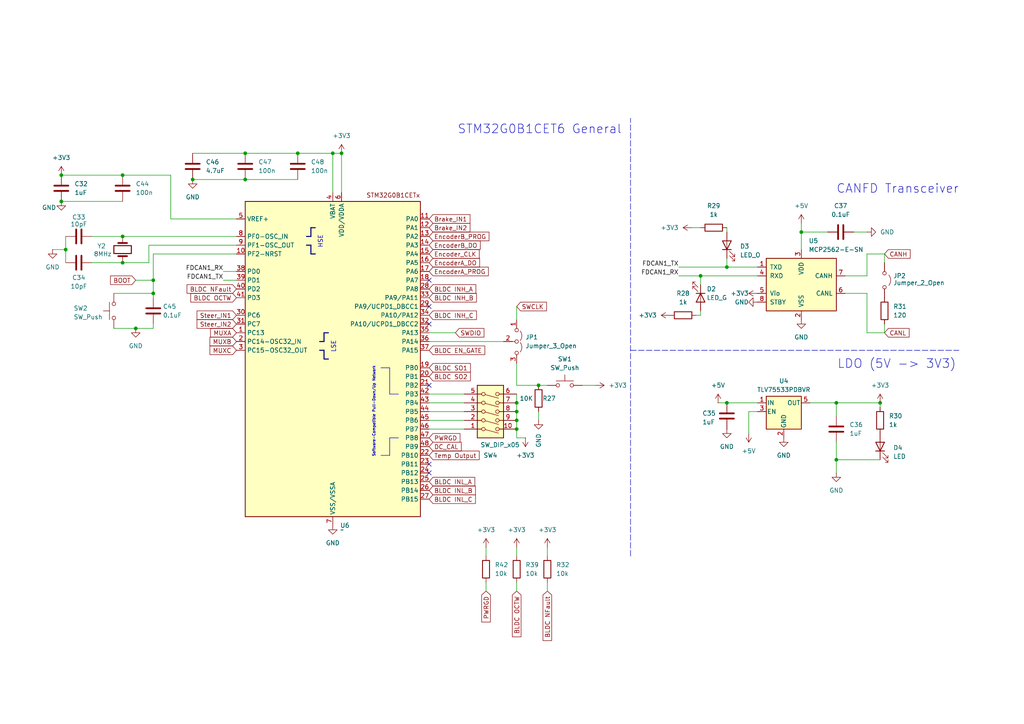
<source format=kicad_sch>
(kicad_sch (version 20250114) (generator "eeschema") (generator_version "9.0")
  (paper "A4")
  (lib_symbols
    (symbol "Device:C" (pin_numbers (hide yes)) (pin_names (offset 0.254))
      (property "Reference" "C" (at 0.635 2.54 0))
      (property "Value" "C" (at 0.635 -2.54 0))
      (symbol "C_0_1"
        (polyline (pts (xy -2.032 0.762) (xy 2.032 0.762)) (stroke (width 0.508)))
        (polyline (pts (xy -2.032 -0.762) (xy 2.032 -0.762)) (stroke (width 0.508)))
      )
      (symbol "C_1_1"
        (pin passive line (at 0 3.81 270) (length 2.794) (name "~") (number "1"))
        (pin passive line (at 0 -3.81 90) (length 2.794) (name "~") (number "2"))
      )
    )
    (symbol "Device:Crystal" (pin_numbers (hide yes)) (pin_names (offset 1.016) (hide yes))
      (property "Reference" "Y" (at 0 3.81 0))
      (property "Value" "Crystal" (at 0 -3.81 0))
      (symbol "Crystal_0_1"
        (polyline (pts (xy -2.54 0) (xy -1.905 0)))
        (polyline (pts (xy -1.905 -1.27) (xy -1.905 1.27)) (stroke (width 0.508)))
        (rectangle (start -1.143 2.54) (end 1.143 -2.54) (stroke (width 0.3048)))
        (polyline (pts (xy 1.905 -1.27) (xy 1.905 1.27)) (stroke (width 0.508)))
        (polyline (pts (xy 2.54 0) (xy 1.905 0)))
      )
      (symbol "Crystal_1_1"
        (pin passive line (at -3.81 0 0) (length 1.27) (name "1") (number "1"))
        (pin passive line (at 3.81 0 180) (length 1.27) (name "2") (number "2"))
      )
    )
    (symbol "Device:LED" (pin_numbers (hide yes)) (pin_names (offset 1.016) (hide yes))
      (property "Reference" "D" (at 0 2.54 0))
      (property "Value" "LED" (at 0 -2.54 0))
      (symbol "LED_0_1"
        (polyline (pts (xy -3.048 -0.762) (xy -4.572 -2.286) (xy -3.81 -2.286) (xy -4.572 -2.286) (xy -4.572 -1.524)))
        (polyline (pts (xy -1.778 -0.762) (xy -3.302 -2.286) (xy -2.54 -2.286) (xy -3.302 -2.286) (xy -3.302 -1.524)))
        (polyline (pts (xy -1.27 0) (xy 1.27 0)))
        (polyline (pts (xy -1.27 -1.27) (xy -1.27 1.27)) (stroke (width 0.254)))
        (polyline (pts (xy 1.27 -1.27) (xy 1.27 1.27) (xy -1.27 0) (xy 1.27 -1.27)) (stroke (width 0.254)))
      )
      (symbol "LED_1_1"
        (pin passive line (at -3.81 0 0) (length 2.54) (name "K") (number "1"))
        (pin passive line (at 3.81 0 180) (length 2.54) (name "A") (number "2"))
      )
    )
    (symbol "Device:R" (pin_numbers (hide yes)) (pin_names (offset 0))
      (property "Reference" "R" (at 2.032 0 90))
      (property "Value" "R" (at 0 0 90))
      (symbol "R_0_1"
        (rectangle (start -1.016 -2.54) (end 1.016 2.54) (stroke (width 0.254)))
      )
      (symbol "R_1_1"
        (pin passive line (at 0 3.81 270) (length 1.27) (name "~") (number "1"))
        (pin passive line (at 0 -3.81 90) (length 1.27) (name "~") (number "2"))
      )
    )
    (symbol "Interface_CAN_LIN:MCP2562-E-SN" (pin_names (offset 1.016))
      (property "Reference" "U" (at -10.16 8.89 0))
      (property "Value" "MCP2562-E-SN" (at 2.54 8.89 0))
      (symbol "MCP2562-E-SN_0_1"
        (rectangle (start -10.16 7.62) (end 10.16 -7.62) (stroke (width 0.254)) (fill (type background)))
      )
      (symbol "MCP2562-E-SN_1_1"
        (pin input line (at -12.7 5.08 0) (length 2.54) (name "TXD") (number "1"))
        (pin output line (at -12.7 2.54 0) (length 2.54) (name "RXD") (number "4"))
        (pin power_in line (at -12.7 -2.54 0) (length 2.54) (name "Vio") (number "5"))
        (pin input line (at -12.7 -5.08 0) (length 2.54) (name "STBY") (number "8"))
        (pin power_in line (at 0 10.16 270) (length 2.54) (name "VDD") (number "3"))
        (pin power_in line (at 0 -10.16 90) (length 2.54) (name "VSS") (number "2"))
        (pin bidirectional line (at 12.7 2.54 180) (length 2.54) (name "CANH") (number "7"))
        (pin bidirectional line (at 12.7 -2.54 180) (length 2.54) (name "CANL") (number "6"))
      )
    )
    (symbol "Jumper:Jumper_2_Open" (pin_numbers (hide yes)) (pin_names (offset 0) (hide yes)) (exclude_from_sim yes)
      (property "Reference" "JP" (at 0 2.794 0))
      (property "Value" "Jumper_2_Open" (at 0 -2.286 0))
      (symbol "Jumper_2_Open_0_0"
        (circle (center -2.032 0) (radius 0.508))
        (circle (center 2.032 0) (radius 0.508))
      )
      (symbol "Jumper_2_Open_0_1"
        (arc (start -1.524 1.27) (mid 0 1.778) (end 1.524 1.27))
      )
      (symbol "Jumper_2_Open_1_1"
        (pin passive line (at -5.08 0 0) (length 2.54) (name "A") (number "1"))
        (pin passive line (at 5.08 0 180) (length 2.54) (name "B") (number "2"))
      )
    )
    (symbol "Jumper:Jumper_3_Open" (pin_names (offset 0) (hide yes)) (exclude_from_sim yes) (in_bom no)
      (property "Reference" "JP" (at -2.54 -2.54 0))
      (property "Value" "Jumper_3_Open" (at 0 2.794 0))
      (symbol "Jumper_3_Open_0_0"
        (circle (center -3.302 0) (radius 0.508))
        (circle (center 0 0) (radius 0.508))
        (circle (center 3.302 0) (radius 0.508))
      )
      (symbol "Jumper_3_Open_0_1"
        (arc (start -3.048 1.016) (mid -1.651 1.4992) (end -0.254 1.016))
        (polyline (pts (xy 0 -0.508) (xy 0 -1.27)))
        (arc (start 0.254 1.016) (mid 1.651 1.4992) (end 3.048 1.016))
      )
      (symbol "Jumper_3_Open_1_1"
        (pin passive line (at -6.35 0 0) (length 2.54) (name "A") (number "1"))
        (pin passive line (at 0 -3.81 90) (length 2.54) (name "C") (number "2"))
        (pin passive line (at 6.35 0 180) (length 2.54) (name "B") (number "3"))
      )
    )
    (symbol "Regulator_Linear:TLV75533PDBV" (pin_names (offset 0.254))
      (property "Reference" "U" (at -3.81 5.715 0))
      (property "Value" "TLV75533PDBV" (at 0 5.715 0))
      (symbol "TLV75533PDBV_0_1"
        (rectangle (start -5.08 4.445) (end 5.08 -5.08) (stroke (width 0.254)) (fill (type background)))
      )
      (symbol "TLV75533PDBV_1_1"
        (pin power_in line (at -7.62 2.54 0) (length 2.54) (name "IN") (number "1"))
        (pin input line (at -7.62 0 0) (length 2.54) (name "EN") (number "3"))
        (pin power_in line (at 0 -7.62 90) (length 2.54) (name "GND") (number "2"))
        (pin no_connect line (at 5.08 0 180) (length 2.54) (hide yes) (name "NC") (number "4"))
        (pin power_out line (at 7.62 2.54 180) (length 2.54) (name "OUT") (number "5"))
      )
    )
    (symbol "Switch:SW_DIP_x05" (pin_names (offset 0) (hide yes))
      (property "Reference" "SW" (at 0 8.89 0))
      (property "Value" "SW_DIP_x05" (at 0 -8.89 0))
      (symbol "SW_DIP_x05_0_0"
        (circle (center -2.032 5.08) (radius 0.508))
        (circle (center -2.032 2.54) (radius 0.508))
        (circle (center -2.032 0) (radius 0.508))
        (circle (center -2.032 -2.54) (radius 0.508))
        (circle (center -2.032 -5.08) (radius 0.508))
        (polyline (pts (xy -1.524 5.207) (xy 2.3622 6.2484)))
        (polyline (pts (xy -1.524 2.667) (xy 2.3622 3.7084)))
        (polyline (pts (xy -1.524 0.127) (xy 2.3622 1.1684)))
        (polyline (pts (xy -1.524 -2.3876) (xy 2.3622 -1.3462)))
        (polyline (pts (xy -1.524 -4.9276) (xy 2.3622 -3.8862)))
        (circle (center 2.032 5.08) (radius 0.508))
        (circle (center 2.032 2.54) (radius 0.508))
        (circle (center 2.032 0) (radius 0.508))
        (circle (center 2.032 -2.54) (radius 0.508))
        (circle (center 2.032 -5.08) (radius 0.508))
      )
      (symbol "SW_DIP_x05_0_1"
        (rectangle (start -3.81 7.62) (end 3.81 -7.62) (stroke (width 0.254)) (fill (type background)))
      )
      (symbol "SW_DIP_x05_1_1"
        (pin passive line (at -7.62 5.08 0) (length 5.08) (name "~") (number "1"))
        (pin passive line (at -7.62 2.54 0) (length 5.08) (name "~") (number "2"))
        (pin passive line (at -7.62 0 0) (length 5.08) (name "~") (number "3"))
        (pin passive line (at -7.62 -2.54 0) (length 5.08) (name "~") (number "4"))
        (pin passive line (at -7.62 -5.08 0) (length 5.08) (name "~") (number "5"))
        (pin passive line (at 7.62 5.08 180) (length 5.08) (name "~") (number "10"))
        (pin passive line (at 7.62 2.54 180) (length 5.08) (name "~") (number "9"))
        (pin passive line (at 7.62 0 180) (length 5.08) (name "~") (number "8"))
        (pin passive line (at 7.62 -2.54 180) (length 5.08) (name "~") (number "7"))
        (pin passive line (at 7.62 -5.08 180) (length 5.08) (name "~") (number "6"))
      )
    )
    (symbol "Switch:SW_Push" (pin_numbers (hide yes)) (pin_names (offset 1.016) (hide yes))
      (property "Reference" "SW" (at 1.27 2.54 0))
      (property "Value" "SW_Push" (at 0 -1.524 0))
      (symbol "SW_Push_0_1"
        (circle (center -2.032 0) (radius 0.508))
        (polyline (pts (xy 0 1.27) (xy 0 3.048)))
        (circle (center 2.032 0) (radius 0.508))
        (polyline (pts (xy 2.54 1.27) (xy -2.54 1.27)))
        (pin passive line (at -5.08 0 0) (length 2.54) (name "1") (number "1"))
        (pin passive line (at 5.08 0 180) (length 2.54) (name "2") (number "2"))
      )
    )
    (symbol "UGRT_ST_STM32G0:STM32G0B1CETx_Annotated"
      (property "Reference" "U" (at -24.638 55.118 0))
      (symbol "STM32G0B1CETx_Annotated_0_1"
        (rectangle (start -25.4 53.34) (end 25.4 -38.1) (stroke (width 0.254)) (fill (type background)))
      )
      (symbol "STM32G0B1CETx_Annotated_1_1"
        (text "STM32G0B1CETx\n" (at 17.526 55.118 0) (effects (font (size 1.27 1.27))))
        (pin input line (at -27.94 48.26 0) (length 2.54) (name "VREF+") (number "5"))
        (pin bidirectional line (at -27.94 43.18 0) (length 2.54) (name "PF0-OSC_IN") (number "8"))
        (pin bidirectional line (at -27.94 40.64 0) (length 2.54) (name "PF1-OSC_OUT") (number "9"))
        (pin bidirectional line (at -27.94 38.1 0) (length 2.54) (name "PF2-NRST") (number "10"))
        (pin bidirectional line (at -27.94 33.02 0) (length 2.54) (name "PD0") (number "38"))
        (pin bidirectional line (at -27.94 30.48 0) (length 2.54) (name "PD1") (number "39"))
        (pin bidirectional line (at -27.94 27.94 0) (length 2.54) (name "PD2") (number "40"))
        (pin bidirectional line (at -27.94 25.4 0) (length 2.54) (name "PD3") (number "41"))
        (pin bidirectional line (at -27.94 20.32 0) (length 2.54) (name "PC6") (number "30"))
        (pin bidirectional line (at -27.94 17.78 0) (length 2.54) (name "PC7") (number "31"))
        (pin bidirectional line (at -27.94 15.24 0) (length 2.54) (name "PC13") (number "1"))
        (pin bidirectional line (at -27.94 12.7 0) (length 2.54) (name "PC14-OSC32_IN") (number "2"))
        (pin bidirectional line (at -27.94 10.16 0) (length 2.54) (name "PC15-OSC32_OUT") (number "3"))
        (pin power_in line (at 0 55.88 270) (length 2.54) (name "VBAT") (number "4"))
        (pin power_in line (at 0 -40.64 90) (length 2.54) (name "VSS/VSSA") (number "7"))
        (pin power_in line (at 2.54 55.88 270) (length 2.54) (name "VDD/VDDA") (number "6"))
        (pin bidirectional line (at 27.94 48.26 180) (length 2.54) (name "PA0") (number "11"))
        (pin bidirectional line (at 27.94 45.72 180) (length 2.54) (name "PA1") (number "12"))
        (pin bidirectional line (at 27.94 43.18 180) (length 2.54) (name "PA2") (number "13"))
        (pin bidirectional line (at 27.94 40.64 180) (length 2.54) (name "PA3") (number "14"))
        (pin bidirectional line (at 27.94 38.1 180) (length 2.54) (name "PA4") (number "15"))
        (pin bidirectional line (at 27.94 35.56 180) (length 2.54) (name "PA5") (number "16"))
        (pin bidirectional line (at 27.94 33.02 180) (length 2.54) (name "PA6") (number "17"))
        (pin bidirectional line (at 27.94 30.48 180) (length 2.54) (name "PA7") (number "18"))
        (pin bidirectional line (at 27.94 27.94 180) (length 2.54) (name "PA8") (number "28"))
        (pin bidirectional line (at 27.94 25.4 180) (length 2.54) (name "PA9/PA11") (number "33"))
        (pin bidirectional line (at 27.94 22.86 180) (length 2.54) (name "PA9/UCPD1_DBCC1") (number "29"))
        (pin bidirectional line (at 27.94 20.32 180) (length 2.54) (name "PA10/PA12") (number "34"))
        (pin bidirectional line (at 27.94 17.78 180) (length 2.54) (name "PA10/UCPD1_DBCC2") (number "32"))
        (pin bidirectional line (at 27.94 15.24 180) (length 2.54) (name "PA13") (number "35"))
        (pin bidirectional line (at 27.94 12.7 180) (length 2.54) (name "PA14") (number "36"))
        (pin bidirectional line (at 27.94 10.16 180) (length 2.54) (name "PA15") (number "37"))
        (pin bidirectional line (at 27.94 5.08 180) (length 2.54) (name "PB0") (number "19"))
        (pin bidirectional line (at 27.94 2.54 180) (length 2.54) (name "PB1") (number "20"))
        (pin bidirectional line (at 27.94 0 180) (length 2.54) (name "PB2") (number "21"))
        (pin bidirectional line (at 27.94 -2.54 180) (length 2.54) (name "PB3") (number "42"))
        (pin bidirectional line (at 27.94 -5.08 180) (length 2.54) (name "PB4") (number "43"))
        (pin bidirectional line (at 27.94 -7.62 180) (length 2.54) (name "PB5") (number "44"))
        (pin bidirectional line (at 27.94 -10.16 180) (length 2.54) (name "PB6") (number "45"))
        (pin bidirectional line (at 27.94 -12.7 180) (length 2.54) (name "PB7") (number "46"))
        (pin bidirectional line (at 27.94 -15.24 180) (length 2.54) (name "PB8") (number "47"))
        (pin bidirectional line (at 27.94 -17.78 180) (length 2.54) (name "PB9") (number "48"))
        (pin bidirectional line (at 27.94 -20.32 180) (length 2.54) (name "PB10") (number "22"))
        (pin bidirectional line (at 27.94 -22.86 180) (length 2.54) (name "PB11") (number "23"))
        (pin bidirectional line (at 27.94 -25.4 180) (length 2.54) (name "PB12") (number "24"))
        (pin bidirectional line (at 27.94 -27.94 180) (length 2.54) (name "PB13") (number "25"))
        (pin bidirectional line (at 27.94 -30.48 180) (length 2.54) (name "PB14") (number "26"))
        (pin bidirectional line (at 27.94 -33.02 180) (length 2.54) (name "PB15") (number "27"))
      )
    )
    (symbol "power:+3V3" (power) (pin_numbers (hide yes)) (pin_names (offset 0) (hide yes))
      (property "Value" "+3V3" (at 0 3.556 0))
      (symbol "+3V3_0_1"
        (polyline (pts (xy -0.762 1.27) (xy 0 2.54)))
        (polyline (pts (xy 0 2.54) (xy 0.762 1.27)))
        (polyline (pts (xy 0 0) (xy 0 2.54)))
      )
      (symbol "+3V3_1_1"
        (pin power_in line (at 0 0 90) (length 0) (name "~") (number "1"))
      )
    )
    (symbol "power:+5V" (power) (pin_numbers (hide yes)) (pin_names (offset 0) (hide yes))
      (property "Value" "+5V" (at 0 3.556 0))
      (symbol "+5V_0_1"
        (polyline (pts (xy -0.762 1.27) (xy 0 2.54)))
        (polyline (pts (xy 0 2.54) (xy 0.762 1.27)))
        (polyline (pts (xy 0 0) (xy 0 2.54)))
      )
      (symbol "+5V_1_1"
        (pin power_in line (at 0 0 90) (length 0) (name "~") (number "1"))
      )
    )
    (symbol "power:GND" (power) (pin_numbers (hide yes)) (pin_names (offset 0) (hide yes))
      (property "Value" "GND" (at 0 -3.81 0))
      (symbol "GND_0_1"
        (polyline (pts (xy 0 0) (xy 0 -1.27) (xy 1.27 -1.27) (xy 0 -2.54) (xy -1.27 -1.27) (xy 0 -1.27)))
      )
      (symbol "GND_1_1"
        (pin power_in line (at 0 0 270) (length 0) (name "~") (number "1"))
      )
    )
  )
  (text "LDO (5V -> 3V3)\n\n" (at 260.096 107.696 0) (effects (font (size 2.54 2.54))))
  (text "CANFD Transceiver" (at 260.35 54.864 0) (effects (font (size 2.54 2.54))))
  (text "Software-Compatible Pull-Down/Up Network\n" (at 108.458 119.38 90) (effects (font (size 0.762 0.762))))
  (text "LSE" (at 96.774 100.584 90) (effects (font (size 1.27 1.27))))
  (text "STM32G0B1CET6 General \n" (at 157.48 37.592 0) (effects (font (size 2.54 2.54))))
  (text "HSE" (at 92.964 70.104 90) (effects (font (size 1.27 1.27))))
  (junction (at 210.82 116.84))
  (junction (at 255.27 116.84))
  (junction (at 149.86 119.38))
  (junction (at 96.52 44.45))
  (junction (at 149.86 116.84))
  (junction (at 149.86 121.92))
  (junction (at 71.12 52.07))
  (junction (at 210.82 77.47))
  (junction (at 39.37 95.25))
  (junction (at 35.56 68.58))
  (junction (at 19.05 72.39))
  (junction (at 55.88 52.07))
  (junction (at 17.78 58.42))
  (junction (at 17.78 50.8))
  (junction (at 71.12 44.45))
  (junction (at 35.56 50.8))
  (junction (at 203.2 80.01))
  (junction (at 232.41 67.31))
  (junction (at 35.56 76.2))
  (junction (at 44.45 81.28))
  (junction (at 86.36 44.45))
  (junction (at 156.21 111.76))
  (junction (at 242.57 116.84))
  (junction (at 149.86 124.46))
  (junction (at 242.57 133.35))
  (junction (at 44.45 85.09))
  (junction (at 99.06 44.45))
  (no_connect (at 124.46 134.62))
  (no_connect (at 124.46 93.98))
  (no_connect (at 124.46 88.9))
  (no_connect (at 124.46 137.16))
  (no_connect (at 124.46 81.28))
  (no_connect (at 124.46 111.76))
  (wire (pts (xy 200.66 66.04) (xy 203.2 66.04)))
  (bus (pts (xy 88.9 68.58) (xy 90.17 68.58)))
  (wire (pts (xy 149.86 116.84) (xy 149.86 119.38)))
  (wire (pts (xy 158.75 158.75) (xy 158.75 161.29)))
  (wire (pts (xy 55.88 52.07) (xy 71.12 52.07)))
  (wire (pts (xy 49.53 63.5) (xy 68.58 63.5)))
  (wire (pts (xy 255.27 118.11) (xy 255.27 116.84)))
  (wire (pts (xy 39.37 81.28) (xy 44.45 81.28)))
  (wire (pts (xy 44.45 85.09) (xy 44.45 81.28)))
  (wire (pts (xy 217.17 125.73) (xy 217.17 119.38)))
  (bus (pts (xy 90.17 66.04) (xy 91.44 66.04)))
  (wire (pts (xy 55.88 44.45) (xy 71.12 44.45)))
  (wire (pts (xy 156.21 111.76) (xy 149.86 111.76)))
  (wire (pts (xy 251.46 73.66) (xy 256.54 73.66)))
  (wire (pts (xy 140.97 158.75) (xy 140.97 161.29)))
  (wire (pts (xy 156.21 121.92) (xy 156.21 119.38)))
  (polyline (pts (xy 113.03 106.68) (xy 113.03 114.3)))
  (wire (pts (xy 149.86 119.38) (xy 149.86 121.92)))
  (bus (pts (xy 92.71 101.6) (xy 93.98 101.6)))
  (wire (pts (xy 251.46 80.01) (xy 251.46 73.66)))
  (wire (pts (xy 26.67 76.2) (xy 35.56 76.2)))
  (wire (pts (xy 15.24 72.39) (xy 19.05 72.39)))
  (wire (pts (xy 35.56 68.58) (xy 68.58 68.58)))
  (bus (pts (xy 88.9 71.12) (xy 90.17 71.12)))
  (wire (pts (xy 149.86 111.76) (xy 149.86 105.41)))
  (wire (pts (xy 149.86 158.75) (xy 149.86 161.29)))
  (wire (pts (xy 232.41 67.31) (xy 240.03 67.31)))
  (wire (pts (xy 203.2 91.44) (xy 201.93 91.44)))
  (wire (pts (xy 19.05 68.58) (xy 19.05 72.39)))
  (polyline (pts (xy 110.49 106.68) (xy 113.03 106.68)))
  (wire (pts (xy 242.57 128.27) (xy 242.57 133.35)))
  (wire (pts (xy 247.65 67.31) (xy 251.46 67.31)))
  (wire (pts (xy 232.41 64.77) (xy 232.41 67.31)))
  (bus (pts (xy 93.98 99.06) (xy 93.98 96.52)))
  (wire (pts (xy 196.85 80.01) (xy 203.2 80.01)))
  (wire (pts (xy 158.75 168.91) (xy 158.75 171.45)))
  (polyline (pts (xy 113.03 132.08) (xy 113.03 127)))
  (wire (pts (xy 124.46 99.06) (xy 146.05 99.06)))
  (wire (pts (xy 210.82 77.47) (xy 219.71 77.47)))
  (wire (pts (xy 156.21 111.76) (xy 158.75 111.76)))
  (wire (pts (xy 242.57 116.84) (xy 255.27 116.84)))
  (wire (pts (xy 242.57 133.35) (xy 242.57 137.16)))
  (wire (pts (xy 124.46 96.52) (xy 132.08 96.52)))
  (wire (pts (xy 232.41 67.31) (xy 232.41 72.39)))
  (wire (pts (xy 17.78 58.42) (xy 35.56 58.42)))
  (wire (pts (xy 210.82 66.04) (xy 210.82 67.31)))
  (wire (pts (xy 35.56 76.2) (xy 43.18 76.2)))
  (wire (pts (xy 64.77 81.28) (xy 68.58 81.28)))
  (wire (pts (xy 149.86 127) (xy 152.4 127)))
  (wire (pts (xy 196.85 77.47) (xy 210.82 77.47)))
  (wire (pts (xy 124.46 119.38) (xy 134.62 119.38)))
  (wire (pts (xy 43.18 76.2) (xy 43.18 71.12)))
  (wire (pts (xy 234.95 116.84) (xy 242.57 116.84)))
  (polyline (pts (xy 110.49 132.08) (xy 113.03 132.08)))
  (wire (pts (xy 86.36 44.45) (xy 96.52 44.45)))
  (bus (pts (xy 93.98 101.6) (xy 93.98 104.14)))
  (polyline (pts (xy 113.03 127) (xy 115.57 127)))
  (wire (pts (xy 149.86 121.92) (xy 149.86 124.46)))
  (wire (pts (xy 43.18 71.12) (xy 68.58 71.12)))
  (wire (pts (xy 124.46 116.84) (xy 134.62 116.84)))
  (wire (pts (xy 210.82 116.84) (xy 219.71 116.84)))
  (bus (pts (xy 90.17 68.58) (xy 90.17 66.04)))
  (wire (pts (xy 251.46 85.09) (xy 251.46 96.52)))
  (wire (pts (xy 149.86 114.3) (xy 149.86 116.84)))
  (polyline (pts (xy 182.88 161.29) (xy 182.88 34.29)) (stroke (width 0) (type dash)))
  (wire (pts (xy 17.78 50.8) (xy 35.56 50.8)))
  (wire (pts (xy 44.45 81.28) (xy 44.45 73.66)))
  (wire (pts (xy 19.05 72.39) (xy 19.05 76.2)))
  (wire (pts (xy 44.45 73.66) (xy 68.58 73.66)))
  (wire (pts (xy 33.02 85.09) (xy 44.45 85.09)))
  (wire (pts (xy 210.82 74.93) (xy 210.82 77.47)))
  (wire (pts (xy 242.57 133.35) (xy 255.27 133.35)))
  (bus (pts (xy 93.98 96.52) (xy 95.25 96.52)))
  (wire (pts (xy 149.86 88.9) (xy 149.86 92.71)))
  (polyline (pts (xy 113.03 114.3) (xy 115.57 114.3)))
  (wire (pts (xy 256.54 73.66) (xy 256.54 76.2)))
  (wire (pts (xy 39.37 95.25) (xy 33.02 95.25)))
  (wire (pts (xy 172.72 111.76) (xy 168.91 111.76)))
  (bus (pts (xy 93.98 104.14) (xy 95.25 104.14)))
  (wire (pts (xy 149.86 168.91) (xy 149.86 171.45)))
  (wire (pts (xy 203.2 91.44) (xy 203.2 90.17)))
  (wire (pts (xy 64.77 78.74) (xy 68.58 78.74)))
  (wire (pts (xy 96.52 44.45) (xy 96.52 55.88)))
  (wire (pts (xy 140.97 168.91) (xy 140.97 171.45)))
  (wire (pts (xy 44.45 93.98) (xy 44.45 95.25)))
  (wire (pts (xy 44.45 95.25) (xy 39.37 95.25)))
  (wire (pts (xy 124.46 114.3) (xy 134.62 114.3)))
  (wire (pts (xy 245.11 85.09) (xy 251.46 85.09)))
  (wire (pts (xy 124.46 124.46) (xy 134.62 124.46)))
  (polyline (pts (xy 182.88 101.6) (xy 278.13 101.6)) (stroke (width 0) (type dash)))
  (wire (pts (xy 35.56 50.8) (xy 49.53 50.8)))
  (wire (pts (xy 251.46 96.52) (xy 256.54 96.52)))
  (wire (pts (xy 124.46 121.92) (xy 134.62 121.92)))
  (wire (pts (xy 71.12 44.45) (xy 86.36 44.45)))
  (wire (pts (xy 208.28 116.84) (xy 210.82 116.84)))
  (wire (pts (xy 256.54 96.52) (xy 256.54 93.98)))
  (wire (pts (xy 217.17 119.38) (xy 219.71 119.38)))
  (wire (pts (xy 49.53 50.8) (xy 49.53 63.5)))
  (wire (pts (xy 71.12 52.07) (xy 86.36 52.07)))
  (wire (pts (xy 149.86 124.46) (xy 149.86 127)))
  (wire (pts (xy 242.57 120.65) (xy 242.57 116.84)))
  (wire (pts (xy 44.45 86.36) (xy 44.45 85.09)))
  (bus (pts (xy 90.17 71.12) (xy 90.17 73.66)))
  (wire (pts (xy 26.67 68.58) (xy 35.56 68.58)))
  (wire (pts (xy 203.2 80.01) (xy 219.71 80.01)))
  (wire (pts (xy 245.11 80.01) (xy 251.46 80.01)))
  (bus (pts (xy 92.71 99.06) (xy 93.98 99.06)))
  (wire (pts (xy 203.2 82.55) (xy 203.2 80.01)))
  (bus (pts (xy 90.17 73.66) (xy 91.44 73.66)))
  (wire (pts (xy 99.06 44.45) (xy 99.06 55.88)))
  (wire (pts (xy 96.52 44.45) (xy 99.06 44.45)))
  (label "FDCAN1_RX" (at 64.77 78.74 180))
  (label "FDCAN1_RX" (at 196.85 80.01 180))
  (label "FDCAN1_TX" (at 64.77 81.28 180))
  (label "FDCAN1_TX" (at 196.85 77.47 180))
  (global_label "BLDC INL_C" (shape input) (at 124.46 144.78 0) (property "Intersheetrefs" "${INTERSHEET_REFS}" (effects (hide yes))))
  (global_label "EncoderB_DO" (shape input) (at 124.46 71.12 0) (property "Intersheetrefs" "${INTERSHEET_REFS}" (effects (hide yes))))
  (global_label "BLDC OCTW" (shape input) (at 68.58 86.36 180) (property "Intersheetrefs" "${INTERSHEET_REFS}" (effects (hide yes))))
  (global_label "PWRGD" (shape input) (at 124.46 127 0) (property "Intersheetrefs" "${INTERSHEET_REFS}" (effects (hide yes))))
  (global_label "CANH" (shape input) (at 256.54 73.66 0) (property "Intersheetrefs" "${INTERSHEET_REFS}" (effects (hide yes))))
  (global_label "EncoderA_DO" (shape input) (at 124.46 76.2 0) (property "Intersheetrefs" "${INTERSHEET_REFS}" (effects (hide yes))))
  (global_label "BLDC INH_C" (shape input) (at 124.46 91.44 0) (property "Intersheetrefs" "${INTERSHEET_REFS}" (effects (hide yes))))
  (global_label "Steer_IN2" (shape input) (at 68.58 93.98 180) (property "Intersheetrefs" "${INTERSHEET_REFS}" (effects (hide yes))))
  (global_label "BLDC SO2" (shape input) (at 124.46 109.22 0) (property "Intersheetrefs" "${INTERSHEET_REFS}" (effects (hide yes))))
  (global_label "PWRGD" (shape input) (at 140.97 171.45 270) (property "Intersheetrefs" "${INTERSHEET_REFS}" (effects (hide yes))))
  (global_label "BLDC INL_B" (shape input) (at 124.46 142.24 0) (property "Intersheetrefs" "${INTERSHEET_REFS}" (effects (hide yes))))
  (global_label "BLDC INL_A" (shape input) (at 124.46 139.7 0) (property "Intersheetrefs" "${INTERSHEET_REFS}" (effects (hide yes))))
  (global_label "CANL" (shape input) (at 256.54 96.52 0) (property "Intersheetrefs" "${INTERSHEET_REFS}" (effects (hide yes))))
  (global_label "BLDC EN_GATE" (shape input) (at 124.46 101.6 0) (property "Intersheetrefs" "${INTERSHEET_REFS}" (effects (hide yes))))
  (global_label "Brake_IN2" (shape input) (at 124.46 66.04 0) (property "Intersheetrefs" "${INTERSHEET_REFS}" (effects (hide yes))))
  (global_label "BLDC INH_B" (shape input) (at 124.46 86.36 0) (property "Intersheetrefs" "${INTERSHEET_REFS}" (effects (hide yes))))
  (global_label "BOOT" (shape input) (at 39.37 81.28 180) (property "Intersheetrefs" "${INTERSHEET_REFS}" (effects (hide yes))))
  (global_label "Encoder_CLK" (shape input) (at 124.46 73.66 0) (property "Intersheetrefs" "${INTERSHEET_REFS}" (effects (hide yes))))
  (global_label "Brake_IN1" (shape input) (at 124.46 63.5 0) (property "Intersheetrefs" "${INTERSHEET_REFS}" (effects (hide yes))))
  (global_label "Temp Output" (shape input) (at 124.46 132.08 0) (property "Intersheetrefs" "${INTERSHEET_REFS}" (effects (hide yes))))
  (global_label "Steer_IN1" (shape input) (at 68.58 91.44 180) (property "Intersheetrefs" "${INTERSHEET_REFS}" (effects (hide yes))))
  (global_label "MUXA" (shape input) (at 68.58 96.52 180) (property "Intersheetrefs" "${INTERSHEET_REFS}" (effects (hide yes))))
  (global_label "BLDC NFault" (shape input) (at 68.58 83.82 180) (property "Intersheetrefs" "${INTERSHEET_REFS}" (effects (hide yes))))
  (global_label "MUXB" (shape input) (at 68.58 99.06 180) (property "Intersheetrefs" "${INTERSHEET_REFS}" (effects (hide yes))))
  (global_label "MUXC" (shape input) (at 68.58 101.6 180) (property "Intersheetrefs" "${INTERSHEET_REFS}" (effects (hide yes))))
  (global_label "BLDC OCTW" (shape input) (at 149.86 171.45 270) (property "Intersheetrefs" "${INTERSHEET_REFS}" (effects (hide yes))))
  (global_label "SWCLK" (shape input) (at 149.86 88.9 0) (property "Intersheetrefs" "${INTERSHEET_REFS}" (effects (hide yes))))
  (global_label "SWDIO" (shape input) (at 132.08 96.52 0) (property "Intersheetrefs" "${INTERSHEET_REFS}" (effects (hide yes))))
  (global_label "BLDC INH_A" (shape input) (at 124.46 83.82 0) (property "Intersheetrefs" "${INTERSHEET_REFS}" (effects (hide yes))))
  (global_label "BLDC SO1" (shape input) (at 124.46 106.68 0) (property "Intersheetrefs" "${INTERSHEET_REFS}" (effects (hide yes))))
  (global_label "EncoderA_PROG" (shape input) (at 124.46 78.74 0) (property "Intersheetrefs" "${INTERSHEET_REFS}" (effects (hide yes))))
  (global_label "EncoderB_PROG" (shape input) (at 124.46 68.58 0) (property "Intersheetrefs" "${INTERSHEET_REFS}" (effects (hide yes))))
  (global_label "DC_CAL" (shape input) (at 124.46 129.54 0) (property "Intersheetrefs" "${INTERSHEET_REFS}" (effects (hide yes))))
  (global_label "BLDC NFault" (shape input) (at 158.75 171.45 270) (property "Intersheetrefs" "${INTERSHEET_REFS}" (effects (hide yes))))
  (symbol (lib_id "power:GND") (at 39.37 95.25 0) (unit 1)
    (property "Reference" "#PWR011" (effects (hide yes)))
    (property "Value" "GND" (at 39.37 100.33 0))
    (property "Description" "Power symbol creates a global label with name \"GND\" , ground" (effects (hide yes)))
  )
  (symbol (lib_id "power:GND") (at 15.24 72.39 0) (unit 1)
    (property "Reference" "#PWR043" (effects (hide yes)))
    (property "Value" "GND" (at 15.24 77.47 0))
    (property "Description" "Power symbol creates a global label with name \"GND\" , ground" (effects (hide yes)))
  )
  (symbol (lib_id "power:+3V3") (at 149.86 158.75 0) (unit 1)
    (property "Reference" "#PWR074" (effects (hide yes)))
    (property "Value" "+3V3" (at 149.86 153.67 0))
    (property "Description" "Power symbol creates a global label with name \"+3V3\"" (effects (hide yes)))
  )
  (symbol (lib_id "power:+5V") (at 232.41 64.77 0) (unit 1)
    (property "Reference" "#PWR064" (effects (hide yes)))
    (property "Value" "+5V" (at 232.41 59.69 0))
    (property "Description" "Power symbol creates a global label with name \"+5V\"" (effects (hide yes)))
  )
  (symbol (lib_id "Device:Crystal") (at 35.56 72.39 90) (unit 1)
    (property "Reference" "Y2" (at 28.194 71.374 90) (effects (justify right)))
    (property "Value" "8MHz" (at 27.178 73.66 90) (effects (justify right)))
    (property "Footprint" "Footprints:XTAL_ECS-80-8-30Q-VS-TR" (effects (hide yes)))
    (property "Description" "Two pin crystal" (effects (hide yes)))
  )
  (symbol (lib_id "Regulator_Linear:TLV75533PDBV") (at 227.33 119.38 0) (unit 1)
    (property "Reference" "U4" (at 227.33 110.49 0))
    (property "Value" "TLV75533PDBVR" (at 227.33 113.03 0))
    (property "Footprint" "Package_TO_SOT_SMD:SOT-23-5" (effects (hide yes)))
    (property "Datasheet" "http://www.ti.com/lit/ds/symlink/tlv755p.pdf" (effects (hide yes)))
    (property "Description" "500mA Low Dropout Voltage Regulator, Fixed Output 3.3V, SOT-23-5" (effects (hide yes)))
  )
  (symbol (lib_id "power:+5V") (at 217.17 125.73 180) (unit 1)
    (property "Reference" "#PWR058" (effects (hide yes)))
    (property "Value" "+5V" (at 217.17 130.81 0))
    (property "Description" "Power symbol creates a global label with name \"+5V\"" (effects (hide yes)))
  )
  (symbol (lib_id "power:+3V3") (at 194.31 91.44 90) (unit 1)
    (property "Reference" "#PWR052" (effects (hide yes)))
    (property "Value" "+3V3" (at 190.5 91.4399 90) (effects (justify left)))
    (property "Description" "Power symbol creates a global label with name \"+3V3\"" (effects (hide yes)))
  )
  (symbol (lib_id "power:GND") (at 232.41 92.71 0) (unit 1)
    (property "Reference" "#PWR065" (effects (hide yes)))
    (property "Value" "GND" (at 232.41 97.79 0))
    (property "Description" "Power symbol creates a global label with name \"GND\" , ground" (effects (hide yes)))
  )
  (symbol (lib_id "power:+3V3") (at 158.75 158.75 0) (unit 1)
    (property "Reference" "#PWR075" (effects (hide yes)))
    (property "Value" "+3V3" (at 158.75 153.67 0))
    (property "Description" "Power symbol creates a global label with name \"+3V3\"" (effects (hide yes)))
  )
  (symbol (lib_id "Device:C") (at 44.45 90.17 0) (unit 1)
    (property "Reference" "C45" (at 47.244 88.9 0) (effects (justify left)))
    (property "Value" "0.1uF" (at 47.244 91.44 0) (effects (justify left)))
    (property "Footprint" "Capacitor_SMD:C_0603_1608Metric_Pad1.08x0.95mm_HandSolder" (effects (hide yes)))
    (property "Description" "Unpolarized capacitor" (effects (hide yes)))
  )
  (symbol (lib_id "Device:C") (at 17.78 54.61 0) (unit 1)
    (property "Reference" "C32" (at 21.59 53.3399 0) (effects (justify left)))
    (property "Value" "1uF" (at 21.59 55.8799 0) (effects (justify left)))
    (property "Footprint" "Capacitor_SMD:C_0603_1608Metric_Pad1.08x0.95mm_HandSolder" (effects (hide yes)))
    (property "Description" "Unpolarized capacitor" (effects (hide yes)))
  )
  (symbol (lib_id "Device:C") (at 22.86 76.2 270) (unit 1)
    (property "Reference" "C34" (at 22.86 80.518 90))
    (property "Value" "10pF" (at 22.86 83.058 90))
    (property "Footprint" "Capacitor_SMD:C_0603_1608Metric_Pad1.08x0.95mm_HandSolder" (effects (hide yes)))
    (property "Description" "Unpolarized capacitor" (effects (hide yes)))
  )
  (symbol (lib_id "Device:C") (at 210.82 120.65 0) (unit 1)
    (property "Reference" "C35" (at 203.708 119.888 0) (effects (justify left)))
    (property "Value" "1uF" (at 203.708 122.428 0) (effects (justify left)))
    (property "Footprint" "Capacitor_SMD:C_0603_1608Metric_Pad1.08x0.95mm_HandSolder" (effects (hide yes)))
    (property "Description" "Unpolarized capacitor" (effects (hide yes)))
  )
  (symbol (lib_id "Device:R") (at 256.54 90.17 0) (unit 1)
    (property "Reference" "R31" (at 259.08 88.8999 0) (effects (justify left)))
    (property "Value" "120" (at 259.08 91.4399 0) (effects (justify left)))
    (property "Footprint" "Resistor_SMD:R_0603_1608Metric_Pad0.98x0.95mm_HandSolder" (effects (hide yes)))
    (property "Description" "Resistor" (effects (hide yes)))
  )
  (symbol (lib_id "Device:C") (at 71.12 48.26 0) (unit 1)
    (property "Reference" "C47" (at 74.93 46.9899 0) (effects (justify left)))
    (property "Value" "100n" (at 74.93 49.5299 0) (effects (justify left)))
    (property "Footprint" "Capacitor_SMD:C_0603_1608Metric_Pad1.08x0.95mm_HandSolder" (effects (hide yes)))
    (property "Description" "Unpolarized capacitor" (effects (hide yes)))
  )
  (symbol (lib_id "Device:C") (at 243.84 67.31 90) (unit 1)
    (property "Reference" "C37" (at 243.84 59.69 90))
    (property "Value" "0.1uF" (at 243.84 62.23 90))
    (property "Footprint" "Capacitor_SMD:C_0603_1608Metric_Pad1.08x0.95mm_HandSolder" (effects (hide yes)))
    (property "Description" "Unpolarized capacitor" (effects (hide yes)))
  )
  (symbol (lib_id "power:GND") (at 251.46 67.31 90) (unit 1)
    (property "Reference" "#PWR067" (effects (hide yes)))
    (property "Value" "GND" (at 255.27 67.3099 90) (effects (justify right)))
    (property "Description" "Power symbol creates a global label with name \"GND\" , ground" (effects (hide yes)))
  )
  (symbol (lib_id "Switch:SW_Push") (at 33.02 90.17 90) (unit 1)
    (property "Reference" "SW2" (at 21.336 89.408 90) (effects (justify right)))
    (property "Value" "SW_Push" (at 21.336 91.948 90) (effects (justify right)))
    (property "Footprint" "Footprints:SKRPADE010_AAL" (effects (hide yes)))
    (property "Description" "Push button switch, generic, two pins" (effects (hide yes)))
  )
  (symbol (lib_id "Jumper:Jumper_2_Open") (at 256.54 81.28 270) (unit 1)
    (property "Reference" "JP2" (at 259.08 80.0099 90) (effects (justify left)))
    (property "Value" "Jumper_2_Open" (at 259.08 82.042 90) (effects (justify left)))
    (property "Footprint" "Connector_PinHeader_2.54mm:PinHeader_1x02_P2.54mm_Vertical" (effects (hide yes)))
    (property "Description" "Jumper, 2-pole, open" (effects (hide yes)))
  )
  (symbol (lib_id "Device:R") (at 140.97 165.1 180) (unit 1)
    (property "Reference" "R42" (at 143.51 163.8299 0) (effects (justify right)))
    (property "Value" "10k" (at 143.51 166.3699 0) (effects (justify right)))
    (property "Footprint" "Resistor_SMD:R_0603_1608Metric_Pad0.98x0.95mm_HandSolder" (effects (hide yes)))
    (property "Description" "Resistor" (effects (hide yes)))
  )
  (symbol (lib_id "Device:R") (at 255.27 121.92 180) (unit 1)
    (property "Reference" "R30" (at 257.81 120.6499 0) (effects (justify right)))
    (property "Value" "1k" (at 257.81 123.1899 0) (effects (justify right)))
    (property "Footprint" "Resistor_SMD:R_0603_1608Metric_Pad0.98x0.95mm_HandSolder" (effects (hide yes)))
    (property "Description" "Resistor" (effects (hide yes)))
  )
  (symbol (lib_id "Device:R") (at 198.12 91.44 90) (unit 1)
    (property "Reference" "R28" (at 198.12 85.09 90))
    (property "Value" "1k" (at 198.12 87.63 90))
    (property "Footprint" "Resistor_SMD:R_0603_1608Metric_Pad0.98x0.95mm_HandSolder" (effects (hide yes)))
    (property "Description" "Resistor" (effects (hide yes)))
  )
  (symbol (lib_id "Device:C") (at 35.56 54.61 0) (unit 1)
    (property "Reference" "C44" (at 39.37 53.3399 0) (effects (justify left)))
    (property "Value" "100n" (at 39.37 55.8799 0) (effects (justify left)))
    (property "Footprint" "Capacitor_SMD:C_0603_1608Metric_Pad1.08x0.95mm_HandSolder" (effects (hide yes)))
    (property "Description" "Unpolarized capacitor" (effects (hide yes)))
  )
  (symbol (lib_id "UGRT_ST_STM32G0:STM32G0B1CETx_Annotated") (at 96.52 111.76 0) (unit 1)
    (property "Reference" "U6" (at 98.6633 152.4 0) (effects (justify left)))
    (property "Value" "~" (at 98.6633 153.67 0) (effects (justify left)))
    (property "Footprint" "Package_QFP:LQFP-48_7x7mm_P0.5mm" (effects (hide yes)))
  )
  (symbol (lib_id "power:+3V3") (at 152.4 127 180) (unit 1)
    (property "Reference" "#PWR046" (effects (hide yes)))
    (property "Value" "+3V3" (at 152.4 132.08 0))
    (property "Description" "Power symbol creates a global label with name \"+3V3\"" (effects (hide yes)))
  )
  (symbol (lib_id "power:+3V3") (at 99.06 44.45 0) (unit 1)
    (property "Reference" "#PWR045" (effects (hide yes)))
    (property "Value" "+3V3" (at 99.06 39.37 0))
    (property "Description" "Power symbol creates a global label with name \"+3V3\"" (effects (hide yes)))
  )
  (symbol (lib_id "power:GND") (at 17.78 58.42 0) (unit 1)
    (property "Reference" "#PWR09" (effects (hide yes)))
    (property "Value" "GND" (at 14.224 60.198 0))
    (property "Description" "Power symbol creates a global label with name \"GND\" , ground" (effects (hide yes)))
  )
  (symbol (lib_id "power:GND") (at 219.71 87.63 270) (unit 1)
    (property "Reference" "#PWR060" (effects (hide yes)))
    (property "Value" "GND" (at 217.17 87.63 90) (effects (justify right)))
    (property "Description" "Power symbol creates a global label with name \"GND\" , ground" (effects (hide yes)))
  )
  (symbol (lib_id "power:GND") (at 227.33 127 0) (unit 1)
    (property "Reference" "#PWR063" (effects (hide yes)))
    (property "Value" "GND" (at 227.33 132.08 0))
    (property "Description" "Power symbol creates a global label with name \"GND\" , ground" (effects (hide yes)))
  )
  (symbol (lib_id "power:GND") (at 242.57 137.16 0) (unit 1)
    (property "Reference" "#PWR066" (effects (hide yes)))
    (property "Value" "GND" (at 242.57 142.24 0))
    (property "Description" "Power symbol creates a global label with name \"GND\" , ground" (effects (hide yes)))
  )
  (symbol (lib_id "power:GND") (at 96.52 152.4 0) (unit 1)
    (property "Reference" "#PWR049" (effects (hide yes)))
    (property "Value" "GND" (at 96.52 157.48 0))
    (property "Description" "Power symbol creates a global label with name \"GND\" , ground" (effects (hide yes)))
  )
  (symbol (lib_id "Device:R") (at 156.21 115.57 0) (unit 1)
    (property "Reference" "R27" (at 159.258 115.57 0))
    (property "Value" "10K" (at 152.654 115.57 0))
    (property "Footprint" "Resistor_SMD:R_0603_1608Metric_Pad0.98x0.95mm_HandSolder" (effects (hide yes)))
    (property "Description" "Resistor" (effects (hide yes)))
  )
  (symbol (lib_id "power:+3V3") (at 17.78 50.8 0) (unit 1)
    (property "Reference" "#PWR044" (effects (hide yes)))
    (property "Value" "+3V3" (at 17.78 45.72 0))
    (property "Description" "Power symbol creates a global label with name \"+3V3\"" (effects (hide yes)))
  )
  (symbol (lib_id "power:+3V3") (at 219.71 85.09 90) (unit 1)
    (property "Reference" "#PWR059" (effects (hide yes)))
    (property "Value" "+3V3" (at 217.17 85.09 90) (effects (justify left)))
    (property "Description" "Power symbol creates a global label with name \"+3V3\"" (effects (hide yes)))
  )
  (symbol (lib_id "power:GND") (at 55.88 52.07 0) (unit 1)
    (property "Reference" "#PWR013" (effects (hide yes)))
    (property "Value" "GND" (at 55.88 57.15 0))
    (property "Description" "Power symbol creates a global label with name \"GND\" , ground" (effects (hide yes)))
  )
  (symbol (lib_id "Device:C") (at 242.57 124.46 0) (unit 1)
    (property "Reference" "C36" (at 246.38 123.1899 0) (effects (justify left)))
    (property "Value" "1uF" (at 246.38 125.7299 0) (effects (justify left)))
    (property "Footprint" "Capacitor_SMD:C_0603_1608Metric_Pad1.08x0.95mm_HandSolder" (effects (hide yes)))
    (property "Description" "Unpolarized capacitor" (effects (hide yes)))
  )
  (symbol (lib_id "Interface_CAN_LIN:MCP2562-E-SN") (at 232.41 82.55 0) (unit 1)
    (property "Reference" "U5" (at 234.5533 69.85 0) (effects (justify left)))
    (property "Value" "MCP2562-E-SN" (at 234.5533 72.39 0) (effects (justify left)))
    (property "Footprint" "Package_SO:SOIC-8_3.9x4.9mm_P1.27mm" (effects (hide yes)))
    (property "Datasheet" "http://ww1.microchip.com/downloads/en/DeviceDoc/25167A.pdf" (effects (hide yes)))
    (property "Description" "High-Speed CAN Transceiver, 1Mbps, 5V supply, Vio pin, -40C to +125C, SOIC-8" (effects (hide yes)))
  )
  (symbol (lib_id "power:+3V3") (at 200.66 66.04 90) (unit 1)
    (property "Reference" "#PWR055" (effects (hide yes)))
    (property "Value" "+3V3" (at 196.85 66.0399 90) (effects (justify left)))
    (property "Description" "Power symbol creates a global label with name \"+3V3\"" (effects (hide yes)))
  )
  (symbol (lib_id "Switch:SW_Push") (at 163.83 111.76 0) (unit 1)
    (property "Reference" "SW1" (at 163.83 104.14 0))
    (property "Value" "SW_Push" (at 163.83 106.68 0))
    (property "Footprint" "Footprints:SKRPADE010_AAL" (effects (hide yes)))
    (property "Description" "Push button switch, generic, two pins" (effects (hide yes)))
  )
  (symbol (lib_id "Device:R") (at 158.75 165.1 180) (unit 1)
    (property "Reference" "R32" (at 161.29 163.8299 0) (effects (justify right)))
    (property "Value" "10k" (at 161.29 166.3699 0) (effects (justify right)))
    (property "Footprint" "Resistor_SMD:R_0603_1608Metric_Pad0.98x0.95mm_HandSolder" (effects (hide yes)))
    (property "Description" "Resistor" (effects (hide yes)))
  )
  (symbol (lib_id "power:GND") (at 210.82 124.46 0) (unit 1)
    (property "Reference" "#PWR057" (effects (hide yes)))
    (property "Value" "GND" (at 210.82 129.54 0))
    (property "Description" "Power symbol creates a global label with name \"GND\" , ground" (effects (hide yes)))
  )
  (symbol (lib_id "power:+5V") (at 208.28 116.84 0) (unit 1)
    (property "Reference" "#PWR056" (effects (hide yes)))
    (property "Value" "+5V" (at 208.28 111.76 0))
    (property "Description" "Power symbol creates a global label with name \"+5V\"" (effects (hide yes)))
  )
  (symbol (lib_id "Device:C") (at 22.86 68.58 90) (unit 1)
    (property "Reference" "C33" (at 22.86 62.992 90))
    (property "Value" "10pF" (at 22.86 65.024 90))
    (property "Footprint" "Capacitor_SMD:C_0603_1608Metric_Pad1.08x0.95mm_HandSolder" (effects (hide yes)))
    (property "Description" "Unpolarized capacitor" (effects (hide yes)))
  )
  (symbol (lib_id "Device:R") (at 149.86 165.1 180) (unit 1)
    (property "Reference" "R39" (at 152.4 163.8299 0) (effects (justify right)))
    (property "Value" "10k" (at 152.4 166.3699 0) (effects (justify right)))
    (property "Footprint" "Resistor_SMD:R_0603_1608Metric_Pad0.98x0.95mm_HandSolder" (effects (hide yes)))
    (property "Description" "Resistor" (effects (hide yes)))
  )
  (symbol (lib_id "Device:R") (at 207.01 66.04 90) (unit 1)
    (property "Reference" "R29" (at 207.01 59.69 90))
    (property "Value" "1k" (at 207.01 62.23 90))
    (property "Footprint" "Resistor_SMD:R_0603_1608Metric_Pad0.98x0.95mm_HandSolder" (effects (hide yes)))
    (property "Description" "Resistor" (effects (hide yes)))
  )
  (symbol (lib_id "power:+3V3") (at 140.97 158.75 0) (unit 1)
    (property "Reference" "#PWR073" (effects (hide yes)))
    (property "Value" "+3V3" (at 140.97 153.67 0))
    (property "Description" "Power symbol creates a global label with name \"+3V3\"" (effects (hide yes)))
  )
  (symbol (lib_id "power:+3V3") (at 255.27 116.84 0) (unit 1)
    (property "Reference" "#PWR068" (effects (hide yes)))
    (property "Value" "+3V3" (at 255.27 111.76 0))
    (property "Description" "Power symbol creates a global label with name \"+3V3\"" (effects (hide yes)))
  )
  (symbol (lib_id "Device:LED") (at 255.27 129.54 90) (unit 1)
    (property "Reference" "D4" (at 259.08 129.8574 90) (effects (justify right)))
    (property "Value" "LED" (at 259.08 132.3974 90) (effects (justify right)))
    (property "Footprint" "LED_SMD:LED_0805_2012Metric_Pad1.15x1.40mm_HandSolder" (effects (hide yes)))
    (property "Description" "Light emitting diode" (effects (hide yes)))
    (property "Sim.Pins" "1=K 2=A" (effects (hide yes)))
  )
  (symbol (lib_id "Switch:SW_DIP_x05") (at 142.24 119.38 0) (mirror x) (unit 1)
    (property "Reference" "SW4" (at 142.24 132.08 0))
    (property "Value" "SW_DIP_x05" (at 145.034 129.032 0))
    (property "Footprint" "Footprints:SW5_219SMT" (effects (hide yes)))
    (property "Description" "5x DIP Switch, Single Pole Single Throw (SPST) switch, small symbol" (effects (hide yes)))
  )
  (symbol (lib_id "Device:LED") (at 203.2 86.36 270) (unit 1)
    (property "Reference" "D2" (at 204.978 83.82 90) (effects (justify left)))
    (property "Value" "LED_G" (at 204.978 86.36 90) (effects (justify left)))
    (property "Footprint" "LED_SMD:LED_0805_2012Metric_Pad1.15x1.40mm_HandSolder" (effects (hide yes)))
    (property "Description" "Light emitting diode" (effects (hide yes)))
    (property "Sim.Pins" "1=K 2=A" (effects (hide yes)))
  )
  (symbol (lib_id "Device:C") (at 55.88 48.26 0) (unit 1)
    (property "Reference" "C46" (at 59.69 46.9899 0) (effects (justify left)))
    (property "Value" "4.7uF" (at 59.69 49.5299 0) (effects (justify left)))
    (property "Footprint" "Capacitor_SMD:C_0603_1608Metric_Pad1.08x0.95mm_HandSolder" (effects (hide yes)))
    (property "Description" "Unpolarized capacitor" (effects (hide yes)))
  )
  (symbol (lib_id "Device:C") (at 86.36 48.26 0) (unit 1)
    (property "Reference" "C48" (at 90.17 46.9899 0) (effects (justify left)))
    (property "Value" "100n" (at 90.17 49.5299 0) (effects (justify left)))
    (property "Footprint" "Capacitor_SMD:C_0603_1608Metric_Pad1.08x0.95mm_HandSolder" (effects (hide yes)))
    (property "Description" "Unpolarized capacitor" (effects (hide yes)))
  )
  (symbol (lib_id "power:GND") (at 156.21 121.92 0) (unit 1)
    (property "Reference" "#PWR047" (effects (hide yes)))
    (property "Value" "GND" (at 156.2101 125.73 90) (effects (justify right)))
    (property "Description" "Power symbol creates a global label with name \"GND\" , ground" (effects (hide yes)))
  )
  (symbol (lib_id "power:+3V3") (at 172.72 111.76 270) (unit 1)
    (property "Reference" "#PWR048" (effects (hide yes)))
    (property "Value" "+3V3" (at 176.53 111.7599 90) (effects (justify left)))
    (property "Description" "Power symbol creates a global label with name \"+3V3\"" (effects (hide yes)))
  )
  (symbol (lib_id "Jumper:Jumper_3_Open") (at 149.86 99.06 270) (unit 1) (in_bom no)
    (property "Reference" "JP1" (at 152.4 97.7899 90) (effects (justify left)))
    (property "Value" "Jumper_3_Open" (at 152.4 100.3299 90) (effects (justify left)))
    (property "Footprint" "Connector_PinHeader_2.54mm:PinHeader_1x03_P2.54mm_Vertical" (effects (hide yes)))
    (property "Description" "Jumper, 3-pole, both open" (effects (hide yes)))
  )
  (symbol (lib_id "Device:LED") (at 210.82 71.12 90) (unit 1)
    (property "Reference" "D3" (at 214.63 71.4374 90) (effects (justify right)))
    (property "Value" "LED_O" (at 214.63 73.9774 90) (effects (justify right)))
    (property "Footprint" "LED_SMD:LED_0805_2012Metric_Pad1.15x1.40mm_HandSolder" (effects (hide yes)))
    (property "Description" "Light emitting diode" (effects (hide yes)))
    (property "Sim.Pins" "1=K 2=A" (effects (hide yes)))
  )
)
</source>
